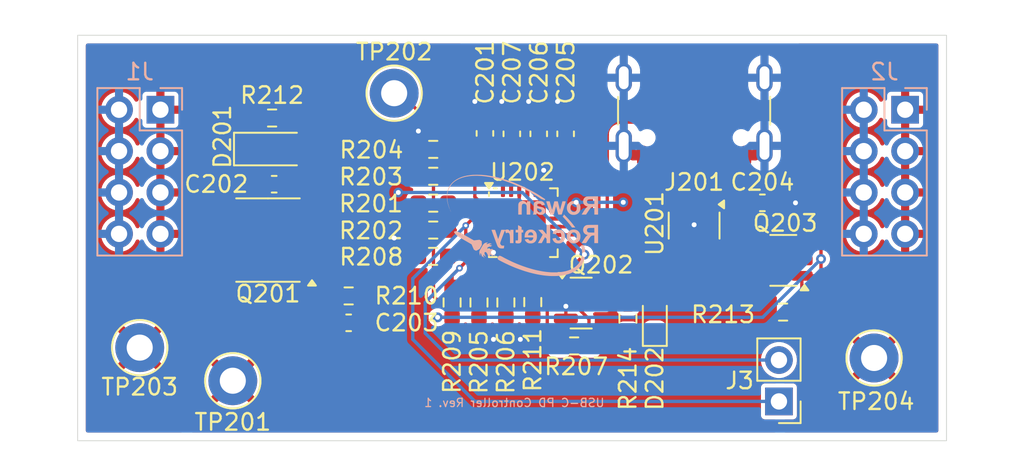
<source format=kicad_pcb>
(kicad_pcb (version 20241229) (generator "pcbnew") (generator_version "9.0")
  (layers (0 "F.Cu" signal) (2 "B.Cu" signal) (13 "F.Paste" user) (15 "B.Paste" user) (5 "F.SilkS" user "F.Silkscreen") (7 "B.SilkS" user "B.Silkscreen") (1 "F.Mask" user) (3 "B.Mask" user) (25 "Edge.Cuts" user))
  (net 0 "")
  (net 1 "GNDD")
  (net 2 "Net-(U202-VCCD)")
  (net 3 "+15V")
  (net 4 "Net-(D201-A)")
  (net 5 "/USB-C PD Controller/V_USB")
  (net 6 "Net-(D201-K)")
  (net 7 "Net-(D202-K)")
  (net 8 "+5V")
  (net 9 "/USB-C PD Controller/CC2")
  (net 11 "/USB-C PD Controller/CC1")
  (net 12 "Net-(J201-D+-PadA6)")
  (net 13 "Net-(J201-D--PadA7)")
  (net 15 "Net-(Q202-G)")
  (net 16 "Net-(Q202-D)")
  (net 17 "Net-(Q203A-G1)")
  (net 18 "Net-(Q203A-S1)")
  (net 19 "/USB-C PD Controller/VBUS_MAX")
  (net 20 "/USB-C PD Controller/VDDD")
  (net 21 "/USB-C PD Controller/VBUS_MIN")
  (net 22 "/USB-C PD Controller/ISNK_COARSE")
  (net 23 "Net-(U202-FLIP)")
  (net 24 "/USB-C PD Controller/VBUS_FET_EN")
  (net 25 "/USB-C PD Controller/SAFE_PWR_EN")
  (net 27 "/USB-C PD Controller/USB_D_N")
  (net 28 "/USB-C PD Controller/USB_D_P")
  (footprint "Capacitor_SMD:C_0603_1608Metric_Pad1.08x0.95mm_HandSolder" (layer "F.Cu") (at 138.161 110.341373 -90)
    (property "Reference" "C205")
    (property "Value" "1u")
  )
  (footprint "Resistor_SMD:R_0603_1608Metric_Pad0.98x0.95mm_HandSolder" (layer "F.Cu") (at 130.0245 117.864873 180)
    (property "Reference" "R208")
    (property "Value" "1k")
  )
  (footprint "Resistor_SMD:R_0603_1608Metric_Pad0.98x0.95mm_HandSolder" (layer "F.Cu") (at 136.144 120.670373 -90)
    (property "Reference" "R211")
    (property "Value" "100k")
  )
  (footprint "Connector_USB:USB_C_Receptacle_GCT_USB4105-xx-A_16P_TopMnt_Horizontal" (layer "F.Cu") (at 146.05 107.9735 180)
    (property "Reference" "J201")
    (property "Value" "USB_C_Receptacle_USB2.0_16P")
  )
  (footprint "Resistor_SMD:R_0603_1608Metric_Pad0.98x0.95mm_HandSolder" (layer "F.Cu") (at 132.842 120.693873 90)
    (property "Reference" "R205")
    (property "Value" "5.1k")
  )
  (footprint "TestPoint:TestPoint_Loop_D2.60mm_Drill1.6mm_Beaded" (layer "F.Cu") (at 117.729 125.4995)
    (property "Reference" "TP201")
    (property "Value" "TestPoint")
  )
  (footprint "Resistor_SMD:R_0603_1608Metric_Pad0.98x0.95mm_HandSolder" (layer "F.Cu") (at 131.191 120.693873 90)
    (property "Reference" "R209")
    (property "Value" "1k")
  )
  (footprint "Connector_PinHeader_2.54mm:PinHeader_1x02_P2.54mm_Vertical" (layer "F.Cu") (at 151.257 126.7695 180)
    (property "Reference" "J3")
    (property "Value" "Conn_01x02_Pin")
  )
  (footprint "TestPoint:TestPoint_Loop_D2.60mm_Drill1.6mm_Beaded" (layer "F.Cu") (at 112.014 123.4675)
    (property "Reference" "TP203")
    (property "Value" "TestPoint")
  )
  (footprint "TestPoint:TestPoint_Loop_D2.60mm_Drill1.6mm_Beaded" (layer "F.Cu") (at 127.635 107.8465)
    (property "Reference" "TP202")
    (property "Value" "TestPoint")
  )
  (footprint "LED_SMD:LED_0603_1608Metric_Pad1.05x0.95mm_HandSolder" (layer "F.Cu") (at 143.637 121.700373 90)
    (property "Reference" "D202")
    (property "Value" "150060AS75000")
  )
  (footprint "Package_TO_SOT_SMD:SOT-23" (layer "F.Cu") (at 139.1135 120.731373)
    (property "Reference" "Q202")
    (property "Value" "2N7002")
  )
  (footprint "Package_DFN_QFN:QFN-24-1EP_4x4mm_P0.5mm_EP2.75x2.75mm" (layer "F.Cu") (at 135.564 115.795873)
    (property "Reference" "U202")
    (property "Value" "CYPD3177-24LQ")
  )
  (footprint "TestPoint:TestPoint_Loop_D2.60mm_Drill1.6mm_Beaded" (layer "F.Cu") (at 157.099 124.1025)
    (property "Reference" "TP204")
    (property "Value" "TestPoint")
  )
  (footprint "Fiducial:Fiducial_1mm_Mask2mm" (layer "F.Cu") (at 115.189 121.8165)
    (property "Reference" "FID2" (hide yes))
    (property "Value" "Fiducial")
  )
  (footprint "Resistor_SMD:R_0603_1608Metric_Pad0.98x0.95mm_HandSolder" (layer "F.Cu") (at 151.511 121.285)
    (property "Reference" "R213")
    (property "Value" "49.9k")
  )
  (footprint "Diode_SMD:D_SOD-123F" (layer "F.Cu") (at 120.012 111.2755)
    (property "Reference" "D201")
    (property "Value" "NZH10C,115")
  )
  (footprint "Package_TO_SOT_SMD:TSOT-23-6" (layer "F.Cu") (at 151.525 118.11 180)
    (property "Reference" "Q203")
    (property "Value" "BSL308PE")
  )
  (footprint "Capacitor_SMD:C_0603_1608Metric_Pad1.08x0.95mm_HandSolder" (layer "F.Cu") (at 150.241 114.5775)
    (property "Reference" "C204")
    (property "Value" "3.3u")
  )
  (footprint "Resistor_SMD:R_0603_1608Metric_Pad0.98x0.95mm_HandSolder" (layer "F.Cu") (at 120.142 109.3705)
    (property "Reference" "R212")
    (property "Value" "49.9k")
  )
  (footprint "Capacitor_SMD:C_0603_1608Metric_Pad1.08x0.95mm_HandSolder" (layer "F.Cu") (at 133.208 110.314873 -90)
    (property "Reference" "C201")
    (property "Value" "1u")
  )
  (footprint "Resistor_SMD:R_0603_1608Metric_Pad0.98x0.95mm_HandSolder" (layer "F.Cu") (at 138.684 123.360873)
    (property "Reference" "R207")
    (property "Value" "4.7k")
  )
  (footprint "Package_SO:SOIC-8_3.9x4.9mm_P1.27mm" (layer "F.Cu") (at 119.888 116.8635 180)
    (property "Reference" "Q201")
    (property "Value" "IRF9358")
  )
  (footprint "Resistor_SMD:R_0603_1608Metric_Pad0.98x0.95mm_HandSolder" (layer "F.Cu") (at 130.033 112.946873)
    (property "Reference" "R203")
    (property "Value" "5.1k")
  )
  (footprint "Capacitor_SMD:C_0603_1608Metric_Pad1.08x0.95mm_HandSolder" (layer "F.Cu") (at 120.269 113.4345)
    (property "Reference" "C202")
    (property "Value" "1u")
  )
  (footprint "Fiducial:Fiducial_1mm_Mask2mm" (layer "F.Cu") (at 124.206 109.4975)
    (property "Reference" "FID1" (hide yes))
    (property "Value" "Fiducial")
  )
  (footprint "Fiducial:Fiducial_1mm_Mask2mm" (layer "F.Cu") (at 154.559 121.8165)
    (property "Reference" "FID3" (hide yes))
    (property "Value" "Fiducial")
  )
  (footprint "Resistor_SMD:R_0603_1608Metric_Pad0.98x0.95mm_HandSolder" (layer "F.Cu") (at 130.033 116.248873 180)
    (property "Reference" "R202")
    (property "Value" "5.1k")
  )
  (footprint "Package_TO_SOT_SMD:SOT-23-6" (layer "F.Cu") (at 146.05 115.9745 -90)
    (property "Reference" "U201")
    (property "Value" "USBLC6-2SC6")
  )
  (footprint "Resistor_SMD:R_0603_1608Metric_Pad0.98x0.95mm_HandSolder" (layer "F.Cu") (at 134.493 120.693873 -90)
    (property "Reference" "R206")
    (property "Value" "5.1k")
  )
  (footprint "Resistor_SMD:R_0603_1608Metric_Pad0.98x0.95mm_HandSolder" (layer "F.Cu") (at 130.033 114.597873)
    (property "Reference" "R201")
    (property "Value" "5.1k")
  )
  (footprint "Capacitor_SMD:C_0603_1608Metric_Pad1.08x0.95mm_HandSolder" (layer "F.Cu") (at 124.841 121.9435 180)
    (property "Reference" "C203")
    (property "Value" "1u")
  )
  (footprint "Capacitor_SMD:C_0603_1608Metric_Pad1.08x0.95mm_HandSolder" (layer "F.Cu") (at 136.51 110.341373 -90)
    (property "Reference" "C206")
    (property "Value" "0.1u")
  )
  (footprint "Capacitor_SMD:C_0603_1608Metric_Pad1.08x0.95mm_HandSolder" (layer "F.Cu") (at 134.859 110.341373 -90)
    (property "Reference" "C207")
    (property "Value" "0.1u")
  )
  (footprint "Resistor_SMD:R_0603_1608Metric_Pad0.98x0.95mm_HandSolder" (layer "F.Cu") (at 141.986 121.686373 90)
    (property "Reference" "R214")
    (property "Value" "1k")
  )
  (footprint "Resistor_SMD:R_0603_1608Metric_Pad0.98x0.95mm_HandSolder" (layer "F.Cu") (at 124.841 120.2925 180)
    (property "Reference" "R210")
    (property "Value" "10k")
  )
  (footprint "Resistor_SMD:R_0603_1608Metric_Pad0.98x0.95mm_HandSolder" (layer "F.Cu") (at 130.033 111.295873 180)
    (property "Reference" "R204")
    (property "Value" "5.1k")
  )
  (footprint "Connector_PinHeader_2.54mm:PinHeader_2x04_P2.54mm_Vertical" (layer "B.Cu") (at 113.284 108.8625 180)
    (property "Reference" "J1")
    (property "Value" "Conn_02x04_Odd_Even")
  )
  (footprint "Connector_PinHeader_2.54mm:PinHeader_2x04_P2.54mm_Vertical" (layer "B.Cu") (at 159.004 108.8625 180)
    (property "Reference" "J2")
    (property "Value" "Conn_02x04_Odd_Even")
  )
  (footprint "LOGO" (layer "B.Cu") (at 135.509 115.7205 180)
    (property "Reference" "G***" (hide yes))
    (property "Value" "LOGO" (hide yes))
  )
  (gr_rect (start 108.204 104.2905) (end 161.544 129.1825) (stroke (width 0.05)) (fill no) (layer "Edge.Cuts"))
  (gr_text "USB-C PD Controller Rev. 1" (at 140.589 127.1505 0) (layer "B.SilkS") (effects (font (size 0.508 0.508) (thickness 0.0762)) (justify left bottom mirror)))
  (segment (start 136.51 109.478873) (end 136.51 108.7205) (width 0.2032) (layer "F.Cu") (net 1))
  (segment (start 142.85 111.6535) (end 142.305 111.6535) (width 0.635) (layer "F.Cu") (net 1))
  (segment (start 135.314 115.545873) (end 135.564 115.795873) (width 0.2032) (layer "F.Cu") (net 1))
  (segment (start 135.382 122.9595) (end 136.144 122.1975) (width 0.2032) (layer "F.Cu") (net 1))
  (segment (start 134.859 108.5935) (end 134.859 109.478873) (width 0.2032) (layer "F.Cu") (net 1))
  (segment (start 133.589 117.045873) (end 134.314 117.045873) (width 0.2032) (layer "F.Cu") (net 1))
  (segment (start 149.795 111.6535) (end 150.37 111.0785) (width 0.635) (layer "F.Cu") (net 1))
  (segment (start 133.208 109.452373) (end 133.208 108.5785) (width 0.2032) (layer "F.Cu") (net 1))
  (segment (start 149.25 111.6535) (end 149.795 111.6535) (width 0.635) (layer "F.Cu") (net 1))
  (segment (start 136.814 114.545873) (end 135.564 115.795873) (width 0.2032) (layer "F.Cu") (net 1))
  (segment (start 136.814 113.820873) (end 136.814 114.545873) (width 0.2032) (layer "F.Cu") (net 1))
  (segment (start 133.208 108.5785) (end 132.984 108.3545) (width 0.2032) (layer "F.Cu") (net 1))
  (segment (start 136.144 122.1975) (end 136.144 121.582873) (width 0.2032) (layer "F.Cu") (net 1))
  (segment (start 133.731 122.9595) (end 134.493 122.1975) (width 0.2032) (layer "F.Cu") (net 1))
  (segment (start 128.122627 116.248873) (end 127.635 116.7365) (width 0.2032) (layer "F.Cu") (net 1))
  (segment (start 138.161 108.5935) (end 138.161 109.478873) (width 0.2032) (layer "F.Cu") (net 1))
  (segment (start 136.144 108.3545) (end 135.89 108.3545) (width 0.2032) (layer "F.Cu") (net 1))
  (segment (start 129.1205 111.295873) (end 129.1205 110.171) (width 0.2032) (layer "F.Cu") (net 1))
  (segment (start 133.589 117.4835) (end 133.589 117.045873) (width 0.2032) (layer "F.Cu") (net 1))
  (segment (start 136.814 112.5805) (end 136.814 113.820873) (width 0.2032) (layer "F.Cu") (net 1))
  (segment (start 135.314 113.820873) (end 135.314 115.545873) (width 0.2032) (layer "F.Cu") (net 1))
  (segment (start 134.314 117.045873) (end 135.564 115.795873) (width 0.2032) (layer "F.Cu") (net 1))
  (segment (start 137.922 108.3545) (end 138.161 108.5935) (width 0.2032) (layer "F.Cu") (net 1))
  (segment (start 129.1205 116.248873) (end 128.122627 116.248873) (width 0.2032) (layer "F.Cu") (net 1))
  (segment (start 134.62 108.3545) (end 134.859 108.5935) (width 0.2032) (layer "F.Cu") (net 1))
  (segment (start 146.05 115.924094) (end 146.05 114.837) (width 0.2032) (layer "F.Cu") (net 1))
  (segment (start 138.176 120.9275) (end 138.176 121.681373) (width 0.2032) (layer "F.Cu") (net 1))
  (segment (start 133.731 117.6255) (end 133.589 117.4835) (width 0.2032) (layer "F.Cu") (net 1))
  (segment (start 134.239 108.3545) (end 134.62 108.3545) (width 0.2032) (layer "F.Cu") (net 1))
  (segment (start 137.668 108.3545) (end 137.922 108.3545) (width 0.2032) (layer "F.Cu") (net 1))
  (segment (start 136.51 108.7205) (end 136.144 108.3545) (width 0.2032) (layer "F.Cu") (net 1))
  (segment (start 132.984 108.3545) (end 132.588 108.3545) (width 0.2032) (layer "F.Cu") (net 1))
  (segment (start 134.493 122.1975) (end 134.493 121.606373) (width 0.2032) (layer "F.Cu") (net 1))
  (segment (start 152.273 114.5775) (end 151.1035 114.5775) (width 0.2032) (layer "F.Cu") (net 1))
  (segment (start 142.305 111.6535) (end 141.73 111.0785) (width 0.635) (layer "F.Cu") (net 1))
  (via (at 132.588 108.3545) (size 0.6) (drill 0.3) (layers "F.Cu" "B.Cu") (net 1))
  (via (at 129.1205 110.171) (size 0.6) (drill 0.3) (layers "F.Cu" "B.Cu") (net 1))
  (via (at 137.668 108.3545) (size 0.6) (drill 0.3) (layers "F.Cu" "B.Cu") (net 1))
  (via (at 127.635 116.7365) (size 0.6) (drill 0.3) (layers "F.Cu" "B.Cu") (net 1))
  (via (at 135.89 108.3545) (size 0.6) (drill 0.3) (layers "F.Cu" "B.Cu") (net 1))
  (via (at 133.731 117.6255) (size 0.6) (drill 0.3) (layers "F.Cu" "B.Cu") (net 1))
  (via (at 146.05 115.924094) (size 0.6) (drill 0.3) (layers "F.Cu" "B.Cu") (net 1))
  (via (at 133.731 122.9595) (size 0.6) (drill 0.3) (layers "F.Cu" "B.Cu") (net 1))
  (via (at 138.176 120.9275) (size 0.6) (drill 0.3) (layers "F.Cu" "B.Cu") (net 1))
  (via (at 136.814 112.5805) (size 0.6) (drill 0.3) (layers "F.Cu" "B.Cu") (net 1))
  (via (at 152.273 114.5775) (size 0.6) (drill 0.3) (layers "F.Cu" "B.Cu") (net 1))
  (via (at 135.382 122.9595) (size 0.6) (drill 0.3) (layers "F.Cu" "B.Cu") (net 1))
  (via (at 134.239 108.3545) (size 0.6) (drill 0.3) (layers "F.Cu" "B.Cu") (net 1))
  (segment (start 134.314 113.148873) (end 134.314 113.820873) (width 0.2032) (layer "F.Cu") (net 2))
  (segment (start 133.208 112.042873) (end 134.314 113.148873) (width 0.2032) (layer "F.Cu") (net 2))
  (segment (start 133.208 111.177373) (end 133.208 112.042873) (width 0.2032) (layer "F.Cu") (net 2))
  (segment (start 138.512327 118.559173) (end 138.811 118.2605) (width 0.2032) (layer "F.Cu") (net 3))
  (segment (start 136.525 118.559173) (end 138.512327 118.559173) (width 0.2032) (layer "F.Cu") (net 3))
  (segment (start 136.314 117.770873) (end 136.314 118.348173) (width 0.2032) (layer "F.Cu") (net 3))
  (segment (start 136.314 118.348173) (end 136.525 118.559173) (width 0.2032) (layer "F.Cu") (net 3))
  (segment (start 138.811 118.2605) (end 139.319 117.7525) (width 0.2032) (layer "F.Cu") (net 3))
  (via (at 127.889 113.9425) (size 0.6) (drill 0.3) (layers "F.Cu" "B.Cu") (net 3))
  (via (at 139.319 117.7525) (size 0.6) (drill 0.3) (layers "F.Cu" "B.Cu") (net 3))
  (segment (start 139.319 117.7525) (end 135.509 113.9425) (width 0.2032) (layer "B.Cu") (net 3))
  (segment (start 135.509 113.9425) (end 127.889 113.9425) (width 0.2032) (layer "B.Cu") (net 3))
  (segment (start 121.412 111.2755) (end 121.412 110.5135) (width 0.2032) (layer "F.Cu") (net 4))
  (segment (start 123.89 114.7045) (end 123.89 112.6105) (width 0.2032) (layer "F.Cu") (net 4))
  (segment (start 123.89 115.2125) (end 123.89 117.1175) (width 0.2032) (layer "F.Cu") (net 4))
  (segment (start 123.89 112.6105) (end 122.555 111.2755) (width 0.2032) (layer "F.Cu") (net 4))
  (segment (start 123.9785 121.9435) (end 123.9785 120.3425) (width 0.2032) (layer "F.Cu") (net 4))
  (segment (start 123.89 117.4985) (end 123.89 117.2445) (width 0.2032) (layer "F.Cu") (net 4))
  (segment (start 123.89 117.2445) (end 123.89 117.1175) (width 0.2032) (layer "F.Cu") (net 4))
  (segment (start 123.89 117.4985) (end 123.89 119.9735) (width 0.2032) (layer "F.Cu") (net 4))
  (segment (start 122.363 114.9585) (end 122.363 113.8775) (width 0.2032) (layer "F.Cu") (net 4))
  (segment (start 121.0545 110.156) (end 121.0545 109.3705) (width 0.2032) (layer "F.Cu") (net 4))
  (segment (start 121.412 110.5135) (end 121.0545 110.156) (width 0.2032) (layer "F.Cu") (net 4))
  (segment (start 122.555 111.2755) (end 121.412 111.2755) (width 0.2032) (layer "F.Cu") (net 4))
  (segment (start 122.363 113.8775) (end 121.92 113.4345) (width 0.2032) (layer "F.Cu") (net 4))
  (segment (start 124.206 117.864873) (end 124.179 117.864873) (width 0.2032) (layer "F.Cu") (net 4))
  (segment (start 123.89 119.9735) (end 123.8485 120.015) (width 0.2032) (layer "F.Cu") (net 4))
  (segment (start 122.363 117.4985) (end 123.571 117.4985) (width 0.2032) (layer "F.Cu") (net 4))
  (segment (start 123.9785 120.3425) (end 123.9285 120.2925) (width 0.2032) (layer "F.Cu") (net 4))
  (segment (start 123.89 117.2445) (end 123.89 117.1175) (width 0.2032) (layer "F.Cu") (net 4))
  (segment (start 129.112 117.864873) (end 124.206 117.864873) (width 0.2032) (layer "F.Cu") (net 4))
  (segment (start 124.179 117.864873) (end 124.109 117.864873) (width 0.2032) (layer "F.Cu") (net 4))
  (segment (start 123.89 114.7045) (end 123.89 114.9585) (width 0.2032) (layer "F.Cu") (net 4))
  (segment (start 123.925 117.864873) (end 123.89 117.899873) (width 0.2032) (layer "F.Cu") (net 4))
  (segment (start 123.698 114.9585) (end 123.89 114.9585) (width 0.2032) (layer "F.Cu") (net 4))
  (segment (start 123.571 117.4985) (end 123.89 117.4985) (width 0.2032) (layer "F.Cu") (net 4))
  (segment (start 123.89 114.9585) (end 123.89 115.2125) (width 0.2032) (layer "F.Cu") (net 4))
  (segment (start 121.92 113.4345) (end 121.1315 113.4345) (width 0.2032) (layer "F.Cu") (net 4))
  (segment (start 123.8485 120.015) (end 123.8485 120.4195) (width 0.2032) (layer "F.Cu") (net 4))
  (segment (start 124.206 117.864873) (end 123.925 117.864873) (width 0.2032) (layer "F.Cu") (net 4))
  (segment (start 122.363 114.9585) (end 123.698 114.9585) (width 0.2032) (layer "F.Cu") (net 4))
  (arc (start 123.89 117.7525) (mid 123.815605 117.572895) (end 123.636 117.4985) (width 0.2032) (layer "F.Cu") (net 4))
  (arc (start 123.636 114.9585) (mid 123.815605 115.032895) (end 123.89 115.2125) (width 0.2032) (layer "F.Cu") (net 4))
  (arc (start 123.636 114.9585) (mid 123.815605 114.884105) (end 123.89 114.7045) (width 0.2032) (layer "F.Cu") (net 4))
  (arc (start 124.179 117.864873) (mid 123.974646 117.949519) (end 123.89 118.153873) (width 0.2032) (layer "F.Cu") (net 4))
  (arc (start 123.636 117.4985) (mid 123.815605 117.424105) (end 123.89 117.2445) (width 0.2032) (layer "F.Cu") (net 4))
  (arc (start 124.109 117.864873) (mid 123.954144 117.800729) (end 123.89 117.645873) (width 0.2032) (layer "F.Cu") (net 4))
  (segment (start 137.539 114.545873) (end 138.811 114.545873) (width 0.2032) (layer "F.Cu") (net 5))
  (via (at 141.700373 114.545873) (size 0.6) (drill 0.3) (layers "F.Cu" "B.Cu") (net 5))
  (via (at 138.811 114.545873) (size 0.6) (drill 0.3) (layers "F.Cu" "B.Cu") (net 5))
  (segment (start 138.811 114.545873) (end 141.700373 114.545873) (width 0.2032) (layer "B.Cu") (net 5))
  (segment (start 119.8678 116.2285) (end 119.8678 115.9745) (width 0.2032) (layer "F.Cu") (net 6))
  (segment (start 120.269 118.7685) (end 122.363 118.7685) (width 0.2032) (layer "F.Cu") (net 6))
  (segment (start 122.363 116.2285) (end 120.269 116.2285) (width 0.2032) (layer "F.Cu") (net 6))
  (segment (start 119.8678 118.3673) (end 119.8678 116.4825) (width 0.2032) (layer "F.Cu") (net 6))
  (segment (start 118.612 110.564543) (end 119.2295 109.947043) (width 0.2032) (layer "F.Cu") (net 6))
  (segment (start 118.612 111.2755) (end 119.507 111.2755) (width 0.2032) (layer "F.Cu") (net 6))
  (segment (start 119.8678 114.8517) (end 119.8678 115.9745) (width 0.2032) (layer "F.Cu") (net 6))
  (segment (start 119.507 111.2755) (end 120.269 112.0375) (width 0.2032) (layer "F.Cu") (net 6))
  (segment (start 120.269 116.2285) (end 119.8678 116.2285) (width 0.2032) (layer "F.Cu") (net 6))
  (segment (start 120.269 116.2285) (end 120.1218 116.2285) (width 0.2032) (layer "F.Cu") (net 6))
  (segment (start 119.8678 116.4825) (end 119.8678 116.2285) (width 0.2032) (layer "F.Cu") (net 6))
  (segment (start 120.269 114.4505) (end 119.8678 114.8517) (width 0.2032) (layer "F.Cu") (net 6))
  (segment (start 120.269 118.7685) (end 119.8678 118.3673) (width 0.2032) (layer "F.Cu") (net 6))
  (segment (start 118.612 111.2755) (end 118.612 110.564543) (width 0.2032) (layer "F.Cu") (net 6))
  (segment (start 119.2295 109.947043) (end 119.2295 109.3705) (width 0.2032) (layer "F.Cu") (net 6))
  (segment (start 120.269 112.0375) (end 120.269 114.4505) (width 0.2032) (layer "F.Cu") (net 6))
  (arc (start 120.1218 116.2285) (mid 119.942195 116.154105) (end 119.8678 115.9745) (width 0.2032) (layer "F.Cu") (net 6))
  (arc (start 120.1218 116.2285) (mid 119.942195 116.302895) (end 119.8678 116.4825) (width 0.2032) (layer "F.Cu") (net 6))
  (segment (start 141.986 122.598873) (end 143.6135 122.598873) (width 0.2032) (layer "F.Cu") (net 7))
  (arc (start 143.6135 122.598873) (mid 143.630117 122.59199) (end 143.637 122.575373) (width 0.2032) (layer "F.Cu") (net 7))
  (segment (start 140.716 110.3865) (end 140.718 110.3885) (width 0.2032) (layer "F.Cu") (net 9))
  (segment (start 139.382627 116.545873) (end 137.539 116.545873) (width 0.2032) (layer "F.Cu") (net 9))
  (segment (start 140.718 110.3885) (end 140.718 115.2105) (width 0.2032) (layer "F.Cu") (net 9))
  (segment (start 141.478 109.6245) (end 143.383 109.6245) (width 0.2032) (layer "F.Cu") (net 9))
  (segment (start 144.3 110.5415) (end 144.3 111.6535) (width 0.2032) (layer "F.Cu") (net 9))
  (segment (start 140.718 115.2105) (end 140.716 115.2125) (width 0.2032) (layer "F.Cu") (net 9))
  (arc (start 141.478 109.6245) (mid 140.939185 109.847685) (end 140.716 110.3865) (width 0.2032) (layer "F.Cu") (net 9))
  (arc (start 143.383 109.6245) (mid 144.031417 109.893083) (end 144.3 110.5415) (width 0.2032) (layer "F.Cu") (net 9))
  (arc (start 140.716 115.2125) (mid 140.325464 116.155337) (end 139.382627 116.545873) (width 0.2032) (layer "F.Cu") (net 9))
  (segment (start 140.202217 115.2125) (end 140.202217 110.265283) (width 0.2032) (layer "F.Cu") (net 11))
  (segment (start 141.351 109.1165) (end 146.177006 109.1165) (width 0.2032) (layer "F.Cu") (net 11))
  (segment (start 137.539 116.045873) (end 139.270945 116.045873) (width 0.2032) (layer "F.Cu") (net 11))
  (segment (start 147.3 110.239494) (end 147.3 111.6535) (width 0.2032) (layer "F.Cu") (net 11))
  (arc (start 139.270945 116.045873) (mid 139.933543 115.771416) (end 140.208 115.108818) (width 0.2032) (layer "F.Cu") (net 11))
  (arc (start 140.202217 110.265283) (mid 140.538688 109.452971) (end 141.351 109.1165) (width 0.2032) (layer "F.Cu") (net 11))
  (arc (start 147.3 111.6535) (mid 147.314142 111.647642) (end 147.32 111.6335) (width 0.2032) (layer "F.Cu") (net 11))
  (arc (start 146.177006 109.1165) (mid 146.971083 109.445417) (end 147.3 110.239494) (width 0.2032) (layer "F.Cu") (net 11))
  (segment (start 146.3 110.8905) (end 146.3 111.6535) (width 0.2032) (layer "F.Cu") (net 12))
  (segment (start 145.1 113.30758) (end 145.1 114.964) (width 0.2032) (layer "F.Cu") (net 12))
  (segment (start 145.3 111.6535) (end 145.3 110.8825) (width 0.2032) (layer "F.Cu") (net 12))
  (segment (start 145.3 111.6535) (end 145.3 112.85721) (width 0.2032) (layer "F.Cu") (net 12))
  (arc (start 145.796 110.3865) (mid 146.152382 110.534118) (end 146.3 110.8905) (width 0.2032) (layer "F.Cu") (net 12))
  (arc (start 145.3 110.8825) (mid 145.445275 110.531775) (end 145.796 110.3865) (width 0.2032) (layer "F.Cu") (net 12))
  (arc (start 145.204086 113.056381) (mid 145.127063 113.171598) (end 145.1 113.30758) (width 0.2032) (layer "F.Cu") (net 12))
  (arc (start 145.3 112.85721) (mid 145.281028 112.952599) (end 145.226996 113.033471) (width 0.2032) (layer "F.Cu") (net 12))
  (segment (start 146.8 112.897529) (end 146.8 111.6535) (width 0.2032) (layer "F.Cu") (net 13))
  (segment (start 145.8 111.6535) (end 145.8 112.1685) (width 0.2032) (layer "F.Cu") (net 13))
  (segment (start 147 114.964) (end 147 113.380366) (width 0.2032) (layer "F.Cu") (net 13))
  (segment (start 146.8 111.6535) (end 146.8 112.1765) (width 0.2032) (layer "F.Cu") (net 13))
  (arc (start 145.8 112.1685) (mid 145.947618 112.524882) (end 146.304 112.6725) (width 0.2032) (layer "F.Cu") (net 13))
  (arc (start 147 113.380366) (mid 146.974481 113.252072) (end 146.901803 113.143303) (width 0.2032) (layer "F.Cu") (net 13))
  (arc (start 146.8 112.1765) (mid 146.654725 112.527225) (end 146.304 112.6725) (width 0.2032) (layer "F.Cu") (net 13))
  (arc (start 146.901803 113.143303) (mid 146.826457 113.030541) (end 146.8 112.897529) (width 0.2032) (layer "F.Cu") (net 13))
  (segment (start 136.144 119.757873) (end 135.542 119.757873) (width 0.2032) (layer "F.Cu") (net 15))
  (segment (start 135.314 119.529873) (end 135.314 117.770873) (width 0.2032) (layer "F.Cu") (net 15))
  (segment (start 135.542 119.757873) (end 135.314 119.529873) (width 0.2032) (layer "F.Cu") (net 15))
  (segment (start 138.176 119.781373) (end 136.1675 119.781373) (width 0.2032) (layer "F.Cu") (net 15))
  (arc (start 136.1675 119.781373) (mid 136.150883 119.77449) (end 136.144 119.757873) (width 0.2032) (layer "F.Cu") (net 15))
  (segment (start 141.9325 120.731373) (end 140.051 120.731373) (width 0.2032) (layer "F.Cu") (net 16))
  (segment (start 131.191 121.606373) (end 130.302 121.606373) (width 0.2032) (layer "F.Cu") (net 17))
  (segment (start 152.6625 119.9445) (end 152.4235 120.1835) (width 0.2032) (layer "F.Cu") (net 17))
  (segment (start 153.5675 119.06) (end 152.6625 119.06) (width 0.2032) (layer "F.Cu") (net 17))
  (segment (start 153.84 117.4375) (end 153.5625 117.16) (width 0.2032) (layer "F.Cu") (net 17))
  (segment (start 152.4235 120.1835) (end 152.4235 121.285) (width 0.2032) (layer "F.Cu") (net 17))
  (segment (start 152.6625 119.06) (end 152.6625 119.9445) (width 0.2032) (layer "F.Cu") (net 17))
  (segment (start 153.5625 117.16) (end 152.6625 117.16) (width 0.2032) (layer "F.Cu") (net 17))
  (segment (start 153.84 118.0255) (end 153.84 117.4375) (width 0.2032) (layer "F.Cu") (net 17))
  (segment (start 153.84 118.7875) (end 153.5675 119.06) (width 0.2032) (layer "F.Cu") (net 17))
  (segment (start 153.84 118.0255) (end 153.84 118.7875) (width 0.2032) (layer "F.Cu") (net 17))
  (via (at 130.302 121.606373) (size 0.6) (drill 0.3) (layers "F.Cu" "B.Cu") (net 17))
  (via (at 153.84 118.0255) (size 0.6) (drill 0.3) (layers "F.Cu" "B.Cu") (net 17))
  (segment (start 130.3 121.633873) (end 130.3275 121.606373) (width 0.2032) (layer "B.Cu") (net 17))
  (segment (start 130.302 121.606373) (end 150.259127 121.606373) (width 0.2032) (layer "B.Cu") (net 17))
  (segment (start 150.259127 121.606373) (end 153.84 118.0255) (width 0.2032) (layer "B.Cu") (net 17))
  (segment (start 150.3875 118.11) (end 152.6625 118.11) (width 0.2032) (layer "F.Cu") (net 18))
  (segment (start 133.589 115.045873) (end 132.655 115.045873) (width 0.2032) (layer "F.Cu") (net 19))
  (segment (start 132.207 114.597873) (end 131.3415 114.597873) (width 0.2032) (layer "F.Cu") (net 19))
  (segment (start 131.365 116.225373) (end 131.3885 116.248873) (width 0.2032) (layer "F.Cu") (net 19))
  (segment (start 130.9455 116.248873) (end 130.9455 114.597873) (width 0.2032) (layer "F.Cu") (net 19))
  (segment (start 132.655 115.045873) (end 132.207 114.597873) (width 0.2032) (layer "F.Cu") (net 19))
  (segment (start 130.5008 110.335073) (end 128.774227 108.6085) (width 0.2032) (layer "F.Cu") (net 20))
  (segment (start 130.048 120.312872) (end 130.228314 120.493186) (width 0.2032) (layer "F.Cu") (net 20))
  (segment (start 130.048 114.597873) (end 130.048 120.312872) (width 0.2032) (layer "F.Cu") (net 20))
  (segment (start 137.287 123.360873) (end 137.033 123.106873) (width 0.2032) (layer "F.Cu") (net 20))
  (segment (start 137.9633 110.321173) (end 138.161 110.518873) (width 0.2032) (layer "F.Cu") (net 20))
  (segment (start 135.6877 110.321173) (end 136.508 110.321173) (width 0.2032) (layer "F.Cu") (net 20))
  (segment (start 136.652 120.693873) (end 132.334 120.693873) (width 0.2032) (layer "F.Cu") (net 20))
  (segment (start 130.5008 110.335073) (end 130.048 110.787873) (width 0.2032) (layer "F.Cu") (net 20))
  (segment (start 136.508 110.321173) (end 137.9633 110.321173) (width 0.2032) (layer "F.Cu") (net 20))
  (segment (start 135.6738 110.335073) (end 135.6877 110.321173) (width 0.2032) (layer "F.Cu") (net 20))
  (segment (start 132.842 121.606373) (end 132.842 120.947873) (width 0.2032) (layer "F.Cu") (net 20))
  (segment (start 134.814 114.111873) (end 134.814 111.248873) (width 0.2032) (layer "F.Cu") (net 20))
  (segment (start 128.397 108.6085) (end 127.635 107.8465) (width 0.2032) (layer "F.Cu") (net 20))
  (segment (start 132.588 120.693873) (end 132.334 120.693873) (width 0.2032) (layer "F.Cu") (net 20))
  (segment (start 138.161 110.518873) (end 138.161 111.203873) (width 0.2032) (layer "F.Cu") (net 20))
  (segment (start 137.033 123.106873) (end 137.033 121.074873) (width 0.2032) (layer "F.Cu") (net 20))
  (segment (start 128.774227 108.6085) (end 128.397 108.6085) (width 0.2032) (layer "F.Cu") (net 20))
  (segment (start 136.51 110.323173) (end 136.508 110.321173) (width 0.2032) (layer "F.Cu") (net 20))
  (segment (start 134.859 110.337073) (end 134.857 110.335073) (width 0.2032) (layer "F.Cu") (net 20))
  (segment (start 130.048 110.787873) (end 130.048 112.946873) (width 0.2032) (layer "F.Cu") (net 20))
  (segment (start 129.1205 112.946873) (end 130.048 112.946873) (width 0.2032) (layer "F.Cu") (net 20))
  (segment (start 136.51 111.203873) (end 136.51 110.323173) (width 0.2032) (layer "F.Cu") (net 20))
  (segment (start 137.033 121.074873) (end 136.652 120.693873) (width 0.2032) (layer "F.Cu") (net 20))
  (segment (start 137.7715 123.360873) (end 137.287 123.360873) (width 0.2032) (layer "F.Cu") (net 20))
  (segment (start 132.334 120.693873) (end 130.429 120.693873) (width 0.2032) (layer "F.Cu") (net 20))
  (segment (start 129.1205 114.597873) (end 130.048 114.597873) (width 0.2032) (layer "F.Cu") (net 20))
  (segment (start 134.857 110.335073) (end 130.5008 110.335073) (width 0.2032) (layer "F.Cu") (net 20))
  (segment (start 132.842 120.947873) (end 132.588 120.693873) (width 0.2032) (layer "F.Cu") (net 20))
  (segment (start 134.857 110.335073) (end 135.6738 110.335073) (width 0.2032) (layer "F.Cu") (net 20))
  (segment (start 134.859 111.203873) (end 134.859 110.337073) (width 0.2032) (layer "F.Cu") (net 20))
  (segment (start 130.048 112.946873) (end 130.048 114.597873) (width 0.2032) (layer "F.Cu") (net 20))
  (segment (start 130.429 120.693873) (end 130.228314 120.493186) (width 0.2032) (layer "F.Cu") (net 20))
  (arc (start 136.465 111.248873) (mid 136.47818 111.217053) (end 136.51 111.203873) (width 0.2032) (layer "F.Cu") (net 20))
  (segment (start 131.3415 112.946873) (end 131.3815 112.986873) (width 0.2032) (layer "F.Cu") (net 21))
  (segment (start 132.917 114.545873) (end 132.588 114.216873) (width 0.2032) (layer "F.Cu") (net 21))
  (segment (start 132.588 113.454873) (end 132.08 112.946873) (width 0.2032) (layer "F.Cu") (net 21))
  (segment (start 133.589 114.545873) (end 132.917 114.545873) (width 0.2032) (layer "F.Cu") (net 21))
  (segment (start 130.9455 111.295873) (end 130.9455 112.946873) (width 0.2032) (layer "F.Cu") (net 21))
  (segment (start 132.08 112.946873) (end 131.3415 112.946873) (width 0.2032) (layer "F.Cu") (net 21))
  (segment (start 132.588 114.216873) (end 132.588 113.454873) (width 0.2032) (layer "F.Cu") (net 21))
  (segment (start 133.589 116.545873) (end 133.053 116.545873) (width 0.2032) (layer "F.Cu") (net 22))
  (segment (start 132.715 119.654373) (end 132.842 119.781373) (width 0.2032) (layer "F.Cu") (net 22))
  (segment (start 132.842 116.756873) (end 132.842 119.781373) (width 0.2032) (layer "F.Cu") (net 22))
  (segment (start 133.053 116.545873) (end 132.842 116.756873) (width 0.2032) (layer "F.Cu") (net 22))
  (segment (start 132.842 119.781373) (end 134.493 119.781373) (width 0.2032) (layer "F.Cu") (net 22))
  (segment (start 139.5965 123.360873) (end 139.5965 121.717031) (width 0.2032) (layer "F.Cu") (net 23))
  (segment (start 135.814 118.635573) (end 135.814 117.770873) (width 0.2032) (layer "F.Cu") (net 23))
  (segment (start 139.446 119.296873) (end 139.1147 118.965573) (width 0.2032) (layer "F.Cu") (net 23))
  (segment (start 139.0087 120.369173) (end 139.446 119.931873) (width 0.2032) (layer "F.Cu") (net 23))
  (segment (start 136.144 118.965573) (end 135.814 118.635573) (width 0.2032) (layer "F.Cu") (net 23))
  (segment (start 139.1147 118.965573) (end 136.144 118.965573) (width 0.2032) (layer "F.Cu") (net 23))
  (segment (start 139.0087 121.129231) (end 139.0087 120.369173) (width 0.2032) (layer "F.Cu") (net 23))
  (segment (start 139.446 119.931873) (end 139.446 119.296873) (width 0.2032) (layer "F.Cu") (net 23))
  (segment (start 139.5965 121.717031) (end 139.0087 121.129231) (width 0.2032) (layer "F.Cu") (net 23))
  (segment (start 132.0292 117.442673) (end 131.607 117.864873) (width 0.2032) (layer "F.Cu") (net 24))
  (segment (start 132.0292 115.9745) (end 132.0292 117.442673) (width 0.2032) (layer "F.Cu") (net 24))
  (segment (start 131.607 117.864873) (end 131.333 117.864873) (width 0.2032) (layer "F.Cu") (net 24))
  (segment (start 132.0292 115.9745) (end 132.457827 115.545873) (width 0.2032) (layer "F.Cu") (net 24))
  (segment (start 132.457827 115.545873) (end 133.589 115.545873) (width 0.2032) (layer "F.Cu") (net 24))
  (via (at 132.0292 115.9745) (size 0.4064) (drill 0.2032) (layers "F.Cu" "B.Cu") (net 24))
  (segment (start 128.778 122.9595) (end 128.778 119.2257) (width 0.2032) (layer "B.Cu") (net 24))
  (segment (start 151.257 126.7695) (end 132.588 126.7695) (width 0.2032) (layer "B.Cu") (net 24))
  (segment (start 128.778 119.2257) (end 132.0292 115.9745) (width 0.2032) (layer "B.Cu") (net 24))
  (segment (start 132.588 126.7695) (end 128.778 122.9595) (width 0.2032) (layer "B.Cu") (net 24))
  (segment (start 132.791 116.045873) (end 133.589 116.045873) (width 0.2032) (layer "F.Cu") (net 25))
  (segment (start 131.191 119.781373) (end 131.191 119.042873) (width 0.2032) (layer "F.Cu") (net 25))
  (segment (start 132.4356 116.401273) (end 132.791 116.045873) (width 0.2032) (layer "F.Cu") (net 25))
  (segment (start 131.645687 118.588187) (end 132.4356 117.798273) (width 0.2032) (layer "F.Cu") (net 25))
  (segment (start 132.4356 117.798273) (end 132.4356 116.401273) (width 0.2032) (layer "F.Cu") (net 25))
  (segment (start 131.191 119.042873) (end 131.645687 118.588187) (width 0.2032) (layer "F.Cu") (net 25))
  (via (at 131.645687 118.588187) (size 0.4064) (drill 0.2032) (layers "F.Cu" "B.Cu") (net 25))
  (segment (start 129.54 120.693874) (end 129.54 122.5785) (width 0.2032) (layer "B.Cu") (net 25))
  (segment (start 129.54 122.5785) (end 131.191 124.2295) (width 0.2032) (layer "B.Cu") (net 25))
  (segment (start 131.191 124.2295) (end 151.257 124.2295) (width 0.2032) (layer "B.Cu") (net 25))
  (segment (start 131.645687 118.588187) (end 129.54 120.693874) (width 0.2032) (layer "B.Cu") (net 25))
  (zone (net 5) (net_name "/USB-C PD Controller/V_USB") (layer "F.Cu") (connect_pads thru_hole_only (clearance 0.254)) (min_thickness 0.25) (fill yes (thermal_gap 0.5) (thermal_bridge_width 0.5))
    (polygon (pts (xy 119.064 115.5935) (xy 119.064 118.2605) (xy 120.015 118.5145) (xy 123.317 118.3875) (xy 123.952 115.9745) (xy 129.54 115.9745) (xy 129.54 118.2605) (xy 138.176 118.1335) (xy 138.303 113.5615) (xy 143.129 112.4185) (xy 143.256 111.2755) (xy 143.891 111.2755) (xy 144.145 118.5145) (xy 147.828 118.514598) (xy 147.955 111.1485) (xy 148.844 111.1485) (xy 148.971 112.4185) (xy 150.241 112.9265) (xy 150.241 120.2925) (xy 151.13 120.2925) (xy 151.13 130.32774) (xy 115.127 130.45474) (xy 115.127 115.5935)))
  )
  (zone (net 3) (net_name "+15V") (layer "F.Cu") (priority 1) (connect_pads thru_hole_only (clearance 0.254)) (min_thickness 0.25) (fill yes (thermal_gap 0.5) (thermal_bridge_width 0.5))
    (polygon (pts (xy 106.934 104.0365) (xy 107.061 129.0555) (xy 114.681 129.1825) (xy 114.681 116.7365) (xy 131.637 116.6095) (xy 131.826 104.0365)))
  )
  (zone (net 8) (net_name "+5V") (layer "F.Cu") (priority 2) (connect_pads thru_hole_only (clearance 0.254)) (min_thickness 0.25) (fill yes (thermal_gap 0.5) (thermal_bridge_width 0.5))
    (polygon (pts (xy 149.606 119.2765) (xy 151.257 119.2765) (xy 151.257 118.0065) (xy 151.511 118.0065) (xy 151.511 130.85492) (xy 162.062018 130.982041) (xy 161.925 102.8935) (xy 152.4 103.1475) (xy 152.146 115.3395) (xy 149.606 115.3395)))
  )
  (zone (net 1) (net_name "GNDD") (layer "B.Cu") (priority 3) (connect_pads thru_hole_only (clearance 0.254)) (min_thickness 0.25) (fill yes (thermal_gap 0.5) (thermal_bridge_width 0.5))
    (polygon (pts (xy 162.306 103.2745) (xy 162.360784 130.5795) (xy 107.616936 130.5795) (xy 106.68 103.2745)))
  )
)
</source>
